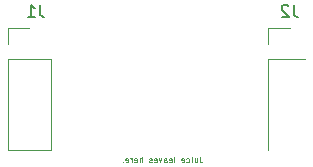
<source format=gbo>
G04 #@! TF.GenerationSoftware,KiCad,Pcbnew,6.0.2-378541a8eb~116~ubuntu20.04.1*
G04 #@! TF.CreationDate,2023-01-27T16:40:07+01:00*
G04 #@! TF.ProjectId,BUCKY_MOTOR_DRIVER,4255434b-595f-44d4-9f54-4f525f445249,rev?*
G04 #@! TF.SameCoordinates,Original*
G04 #@! TF.FileFunction,Legend,Bot*
G04 #@! TF.FilePolarity,Positive*
%FSLAX46Y46*%
G04 Gerber Fmt 4.6, Leading zero omitted, Abs format (unit mm)*
G04 Created by KiCad (PCBNEW 6.0.2-378541a8eb~116~ubuntu20.04.1) date 2023-01-27 16:40:07*
%MOMM*%
%LPD*%
G01*
G04 APERTURE LIST*
%ADD10C,0.100000*%
%ADD11C,0.150000*%
%ADD12C,0.120000*%
%ADD13R,1.500000X3.000000*%
%ADD14O,1.500000X3.000000*%
%ADD15R,3.000000X1.500000*%
%ADD16O,3.000000X1.500000*%
G04 APERTURE END LIST*
D10*
X136690476Y-65476190D02*
X136690476Y-65833333D01*
X136714285Y-65904761D01*
X136761904Y-65952380D01*
X136833333Y-65976190D01*
X136880952Y-65976190D01*
X136238095Y-65642857D02*
X136238095Y-65976190D01*
X136452380Y-65642857D02*
X136452380Y-65904761D01*
X136428571Y-65952380D01*
X136380952Y-65976190D01*
X136309523Y-65976190D01*
X136261904Y-65952380D01*
X136238095Y-65928571D01*
X136000000Y-65976190D02*
X136000000Y-65642857D01*
X136000000Y-65476190D02*
X136023809Y-65500000D01*
X136000000Y-65523809D01*
X135976190Y-65500000D01*
X136000000Y-65476190D01*
X136000000Y-65523809D01*
X135547619Y-65952380D02*
X135595238Y-65976190D01*
X135690476Y-65976190D01*
X135738095Y-65952380D01*
X135761904Y-65928571D01*
X135785714Y-65880952D01*
X135785714Y-65738095D01*
X135761904Y-65690476D01*
X135738095Y-65666666D01*
X135690476Y-65642857D01*
X135595238Y-65642857D01*
X135547619Y-65666666D01*
X135142857Y-65952380D02*
X135190476Y-65976190D01*
X135285714Y-65976190D01*
X135333333Y-65952380D01*
X135357142Y-65904761D01*
X135357142Y-65714285D01*
X135333333Y-65666666D01*
X135285714Y-65642857D01*
X135190476Y-65642857D01*
X135142857Y-65666666D01*
X135119047Y-65714285D01*
X135119047Y-65761904D01*
X135357142Y-65809523D01*
X134452380Y-65976190D02*
X134500000Y-65952380D01*
X134523809Y-65904761D01*
X134523809Y-65476190D01*
X134071428Y-65952380D02*
X134119047Y-65976190D01*
X134214285Y-65976190D01*
X134261904Y-65952380D01*
X134285714Y-65904761D01*
X134285714Y-65714285D01*
X134261904Y-65666666D01*
X134214285Y-65642857D01*
X134119047Y-65642857D01*
X134071428Y-65666666D01*
X134047619Y-65714285D01*
X134047619Y-65761904D01*
X134285714Y-65809523D01*
X133619047Y-65976190D02*
X133619047Y-65714285D01*
X133642857Y-65666666D01*
X133690476Y-65642857D01*
X133785714Y-65642857D01*
X133833333Y-65666666D01*
X133619047Y-65952380D02*
X133666666Y-65976190D01*
X133785714Y-65976190D01*
X133833333Y-65952380D01*
X133857142Y-65904761D01*
X133857142Y-65857142D01*
X133833333Y-65809523D01*
X133785714Y-65785714D01*
X133666666Y-65785714D01*
X133619047Y-65761904D01*
X133428571Y-65642857D02*
X133309523Y-65976190D01*
X133190476Y-65642857D01*
X132809523Y-65952380D02*
X132857142Y-65976190D01*
X132952380Y-65976190D01*
X133000000Y-65952380D01*
X133023809Y-65904761D01*
X133023809Y-65714285D01*
X133000000Y-65666666D01*
X132952380Y-65642857D01*
X132857142Y-65642857D01*
X132809523Y-65666666D01*
X132785714Y-65714285D01*
X132785714Y-65761904D01*
X133023809Y-65809523D01*
X132595238Y-65952380D02*
X132547619Y-65976190D01*
X132452380Y-65976190D01*
X132404761Y-65952380D01*
X132380952Y-65904761D01*
X132380952Y-65880952D01*
X132404761Y-65833333D01*
X132452380Y-65809523D01*
X132523809Y-65809523D01*
X132571428Y-65785714D01*
X132595238Y-65738095D01*
X132595238Y-65714285D01*
X132571428Y-65666666D01*
X132523809Y-65642857D01*
X132452380Y-65642857D01*
X132404761Y-65666666D01*
X131785714Y-65976190D02*
X131785714Y-65476190D01*
X131571428Y-65976190D02*
X131571428Y-65714285D01*
X131595238Y-65666666D01*
X131642857Y-65642857D01*
X131714285Y-65642857D01*
X131761904Y-65666666D01*
X131785714Y-65690476D01*
X131142857Y-65952380D02*
X131190476Y-65976190D01*
X131285714Y-65976190D01*
X131333333Y-65952380D01*
X131357142Y-65904761D01*
X131357142Y-65714285D01*
X131333333Y-65666666D01*
X131285714Y-65642857D01*
X131190476Y-65642857D01*
X131142857Y-65666666D01*
X131119047Y-65714285D01*
X131119047Y-65761904D01*
X131357142Y-65809523D01*
X130904761Y-65976190D02*
X130904761Y-65642857D01*
X130904761Y-65738095D02*
X130880952Y-65690476D01*
X130857142Y-65666666D01*
X130809523Y-65642857D01*
X130761904Y-65642857D01*
X130404761Y-65952380D02*
X130452380Y-65976190D01*
X130547619Y-65976190D01*
X130595238Y-65952380D01*
X130619047Y-65904761D01*
X130619047Y-65714285D01*
X130595238Y-65666666D01*
X130547619Y-65642857D01*
X130452380Y-65642857D01*
X130404761Y-65666666D01*
X130380952Y-65714285D01*
X130380952Y-65761904D01*
X130619047Y-65809523D01*
X130166666Y-65928571D02*
X130142857Y-65952380D01*
X130166666Y-65976190D01*
X130190476Y-65952380D01*
X130166666Y-65928571D01*
X130166666Y-65976190D01*
D11*
X144608333Y-52632380D02*
X144608333Y-53346666D01*
X144655952Y-53489523D01*
X144751190Y-53584761D01*
X144894047Y-53632380D01*
X144989285Y-53632380D01*
X144179761Y-52727619D02*
X144132142Y-52680000D01*
X144036904Y-52632380D01*
X143798809Y-52632380D01*
X143703571Y-52680000D01*
X143655952Y-52727619D01*
X143608333Y-52822857D01*
X143608333Y-52918095D01*
X143655952Y-53060952D01*
X144227380Y-53632380D01*
X143608333Y-53632380D01*
X123133333Y-52632380D02*
X123133333Y-53346666D01*
X123180952Y-53489523D01*
X123276190Y-53584761D01*
X123419047Y-53632380D01*
X123514285Y-53632380D01*
X122133333Y-53632380D02*
X122704761Y-53632380D01*
X122419047Y-53632380D02*
X122419047Y-52632380D01*
X122514285Y-52775238D01*
X122609523Y-52870476D01*
X122704761Y-52918095D01*
D12*
X142475000Y-57220000D02*
X142475000Y-64900000D01*
X144275000Y-54620000D02*
X142475000Y-54620000D01*
X145605000Y-57220000D02*
X142475000Y-57220000D01*
X142475000Y-54620000D02*
X142475000Y-55950000D01*
X120450000Y-57220000D02*
X120450000Y-64900000D01*
X124050000Y-57220000D02*
X120450000Y-57220000D01*
X122250000Y-54620000D02*
X120450000Y-54620000D01*
X124050000Y-57220000D02*
X124050000Y-64900000D01*
X124050000Y-64900000D02*
X120450000Y-64900000D01*
X120450000Y-54620000D02*
X120450000Y-55950000D01*
%LPC*%
D13*
X134775000Y-68000000D03*
D14*
X132235000Y-68000000D03*
D15*
X144275000Y-55950000D03*
D16*
X144275000Y-58490000D03*
X144275000Y-61030000D03*
X144275000Y-63570000D03*
D15*
X122250000Y-55950000D03*
D16*
X122250000Y-58490000D03*
X122250000Y-61030000D03*
X122250000Y-63570000D03*
M02*

</source>
